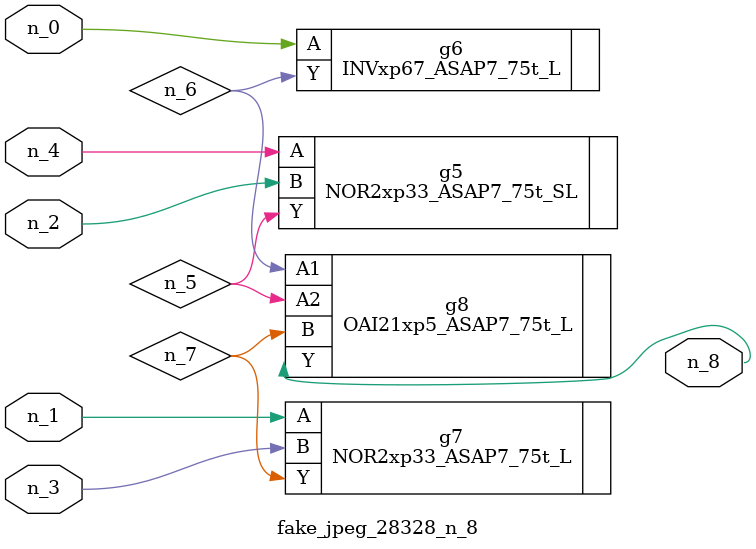
<source format=v>
module fake_jpeg_28328_n_8 (n_3, n_2, n_1, n_0, n_4, n_8);

input n_3;
input n_2;
input n_1;
input n_0;
input n_4;

output n_8;

wire n_6;
wire n_5;
wire n_7;

NOR2xp33_ASAP7_75t_SL g5 ( 
.A(n_4),
.B(n_2),
.Y(n_5)
);

INVxp67_ASAP7_75t_L g6 ( 
.A(n_0),
.Y(n_6)
);

NOR2xp33_ASAP7_75t_L g7 ( 
.A(n_1),
.B(n_3),
.Y(n_7)
);

OAI21xp5_ASAP7_75t_L g8 ( 
.A1(n_6),
.A2(n_5),
.B(n_7),
.Y(n_8)
);


endmodule
</source>
